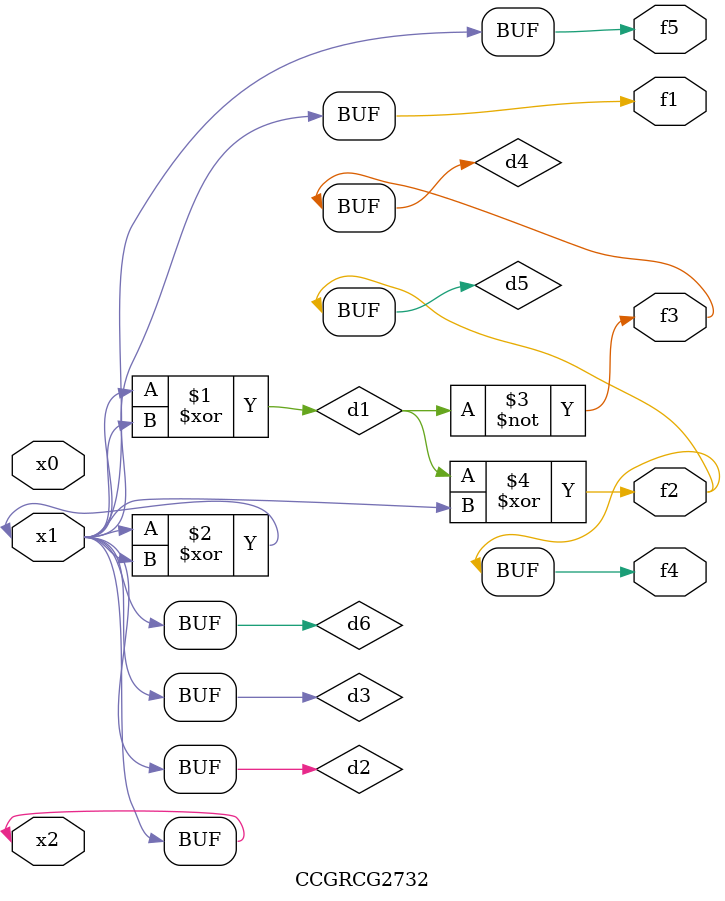
<source format=v>
module CCGRCG2732(
	input x0, x1, x2,
	output f1, f2, f3, f4, f5
);

	wire d1, d2, d3, d4, d5, d6;

	xor (d1, x1, x2);
	buf (d2, x1, x2);
	xor (d3, x1, x2);
	nor (d4, d1);
	xor (d5, d1, d2);
	buf (d6, d2, d3);
	assign f1 = d6;
	assign f2 = d5;
	assign f3 = d4;
	assign f4 = d5;
	assign f5 = d6;
endmodule

</source>
